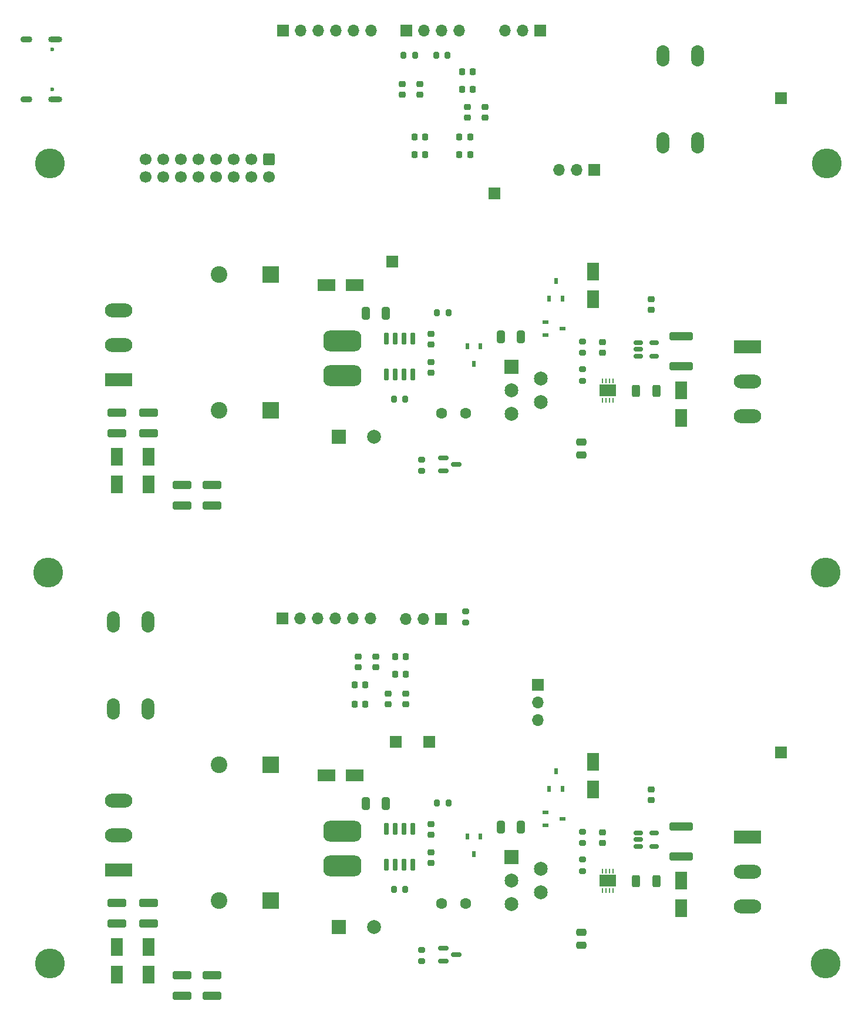
<source format=gbr>
%TF.GenerationSoftware,KiCad,Pcbnew,(6.0.7)*%
%TF.CreationDate,2022-10-24T14:53:43-04:00*%
%TF.ProjectId,LabPowerSupply,4c616250-6f77-4657-9253-7570706c792e,rev?*%
%TF.SameCoordinates,Original*%
%TF.FileFunction,Soldermask,Top*%
%TF.FilePolarity,Negative*%
%FSLAX46Y46*%
G04 Gerber Fmt 4.6, Leading zero omitted, Abs format (unit mm)*
G04 Created by KiCad (PCBNEW (6.0.7)) date 2022-10-24 14:53:43*
%MOMM*%
%LPD*%
G01*
G04 APERTURE LIST*
G04 Aperture macros list*
%AMRoundRect*
0 Rectangle with rounded corners*
0 $1 Rounding radius*
0 $2 $3 $4 $5 $6 $7 $8 $9 X,Y pos of 4 corners*
0 Add a 4 corners polygon primitive as box body*
4,1,4,$2,$3,$4,$5,$6,$7,$8,$9,$2,$3,0*
0 Add four circle primitives for the rounded corners*
1,1,$1+$1,$2,$3*
1,1,$1+$1,$4,$5*
1,1,$1+$1,$6,$7*
1,1,$1+$1,$8,$9*
0 Add four rect primitives between the rounded corners*
20,1,$1+$1,$2,$3,$4,$5,0*
20,1,$1+$1,$4,$5,$6,$7,0*
20,1,$1+$1,$6,$7,$8,$9,0*
20,1,$1+$1,$8,$9,$2,$3,0*%
G04 Aperture macros list end*
%ADD10C,1.600000*%
%ADD11RoundRect,0.250000X1.450000X-0.312500X1.450000X0.312500X-1.450000X0.312500X-1.450000X-0.312500X0*%
%ADD12RoundRect,0.225000X0.225000X0.250000X-0.225000X0.250000X-0.225000X-0.250000X0.225000X-0.250000X0*%
%ADD13R,1.700000X1.700000*%
%ADD14O,1.700000X1.700000*%
%ADD15R,0.250000X0.700000*%
%ADD16R,2.380000X1.660000*%
%ADD17R,2.500000X1.800000*%
%ADD18RoundRect,0.225000X-0.225000X-0.250000X0.225000X-0.250000X0.225000X0.250000X-0.225000X0.250000X0*%
%ADD19R,3.960000X1.980000*%
%ADD20O,3.960000X1.980000*%
%ADD21R,1.800000X2.500000*%
%ADD22RoundRect,0.250000X-1.100000X0.325000X-1.100000X-0.325000X1.100000X-0.325000X1.100000X0.325000X0*%
%ADD23R,2.400000X2.400000*%
%ADD24C,2.400000*%
%ADD25RoundRect,0.250000X0.325000X0.650000X-0.325000X0.650000X-0.325000X-0.650000X0.325000X-0.650000X0*%
%ADD26RoundRect,0.225000X-0.250000X0.225000X-0.250000X-0.225000X0.250000X-0.225000X0.250000X0.225000X0*%
%ADD27R,0.600000X0.850000*%
%ADD28RoundRect,0.200000X0.200000X0.275000X-0.200000X0.275000X-0.200000X-0.275000X0.200000X-0.275000X0*%
%ADD29R,0.850000X0.600000*%
%ADD30RoundRect,0.250000X0.475000X-0.250000X0.475000X0.250000X-0.475000X0.250000X-0.475000X-0.250000X0*%
%ADD31RoundRect,0.225000X0.250000X-0.225000X0.250000X0.225000X-0.250000X0.225000X-0.250000X-0.225000X0*%
%ADD32RoundRect,0.200000X-0.200000X-0.275000X0.200000X-0.275000X0.200000X0.275000X-0.200000X0.275000X0*%
%ADD33RoundRect,0.150000X-0.587500X-0.150000X0.587500X-0.150000X0.587500X0.150000X-0.587500X0.150000X0*%
%ADD34RoundRect,0.150000X0.150000X-0.725000X0.150000X0.725000X-0.150000X0.725000X-0.150000X-0.725000X0*%
%ADD35R,2.000000X2.000000*%
%ADD36C,2.000000*%
%ADD37RoundRect,0.200000X-0.275000X0.200000X-0.275000X-0.200000X0.275000X-0.200000X0.275000X0.200000X0*%
%ADD38RoundRect,0.200000X0.275000X-0.200000X0.275000X0.200000X-0.275000X0.200000X-0.275000X-0.200000X0*%
%ADD39O,1.850000X3.048000*%
%ADD40R,1.995000X1.995000*%
%ADD41C,1.995000*%
%ADD42C,4.300000*%
%ADD43RoundRect,0.150000X-0.512500X-0.150000X0.512500X-0.150000X0.512500X0.150000X-0.512500X0.150000X0*%
%ADD44RoundRect,0.250000X-0.312500X-0.625000X0.312500X-0.625000X0.312500X0.625000X-0.312500X0.625000X0*%
%ADD45RoundRect,0.999000X-1.751000X0.501000X-1.751000X-0.501000X1.751000X-0.501000X1.751000X0.501000X0*%
%ADD46RoundRect,0.250000X-0.600000X0.600000X-0.600000X-0.600000X0.600000X-0.600000X0.600000X0.600000X0*%
%ADD47C,1.700000*%
%ADD48C,0.600000*%
%ADD49O,2.000000X0.900000*%
%ADD50O,1.700000X0.900000*%
G04 APERTURE END LIST*
D10*
%TO.C,C2_SVR1*%
X101219000Y-89789000D03*
X97719000Y-89789000D03*
%TD*%
D11*
%TO.C,F_CS1*%
X132324000Y-82997500D03*
X132324000Y-78722500D03*
%TD*%
D12*
%TO.C,C5_Power2*%
X86767000Y-128905000D03*
X85217000Y-128905000D03*
%TD*%
D13*
%TO.C,J_Boot1*%
X111974000Y-34671000D03*
D14*
X109434000Y-34671000D03*
X106894000Y-34671000D03*
%TD*%
D15*
%TO.C,Linear1_1*%
X122465000Y-85114500D03*
X121965000Y-85114500D03*
X121465000Y-85114500D03*
X120965000Y-85114500D03*
X120965000Y-87914500D03*
X121465000Y-87914500D03*
X121965000Y-87914500D03*
X122465000Y-87914500D03*
D16*
X121715000Y-86514500D03*
%TD*%
D13*
%TO.C,ADC342_1*%
X119746000Y-54737000D03*
D14*
X117206000Y-54737000D03*
X114666000Y-54737000D03*
%TD*%
D17*
%TO.C,D_SVR1*%
X81185000Y-71374000D03*
X85185000Y-71374000D03*
%TD*%
D18*
%TO.C,C6_Power1*%
X100698000Y-43180000D03*
X102248000Y-43180000D03*
%TD*%
D19*
%TO.C,Output1*%
X141839000Y-80264000D03*
D20*
X141839000Y-85264000D03*
X141839000Y-90264000D03*
%TD*%
D21*
%TO.C,D2_CP2*%
X50927000Y-170670323D03*
X50927000Y-166670323D03*
%TD*%
D22*
%TO.C,C3_CP2*%
X60325000Y-170737000D03*
X60325000Y-173687000D03*
%TD*%
D21*
%TO.C,D1_CP2*%
X55499000Y-166670323D03*
X55499000Y-170670323D03*
%TD*%
D13*
%TO.C,D1_2*%
X91186000Y-137160000D03*
%TD*%
D23*
%TO.C,C1_BR2*%
X73152000Y-140462000D03*
D24*
X65652000Y-140462000D03*
%TD*%
D21*
%TO.C,D_LVR2*%
X119556000Y-144015500D03*
X119556000Y-140015500D03*
%TD*%
D25*
%TO.C,C3_LVR2*%
X109220000Y-149381500D03*
X106270000Y-149381500D03*
%TD*%
D21*
%TO.C,D_LVR1*%
X119556000Y-73403500D03*
X119556000Y-69403500D03*
%TD*%
D26*
%TO.C,C3_SVR1*%
X96266000Y-82410000D03*
X96266000Y-83960000D03*
%TD*%
D22*
%TO.C,C1_CP1*%
X55499000Y-89711000D03*
X55499000Y-92661000D03*
%TD*%
D27*
%TO.C,Q1_LVR1*%
X113272000Y-73286500D03*
X115172000Y-73286500D03*
X114222000Y-70786500D03*
%TD*%
D28*
%TO.C,R_I2C1*%
X98615000Y-38227000D03*
X96965000Y-38227000D03*
%TD*%
D13*
%TO.C,D2_2*%
X146685000Y-138684000D03*
%TD*%
%TO.C,J_Boot2*%
X97648000Y-119405000D03*
D14*
X95108000Y-119405000D03*
X92568000Y-119405000D03*
%TD*%
D11*
%TO.C,F_CS2*%
X132324000Y-153609500D03*
X132324000Y-149334500D03*
%TD*%
D29*
%TO.C,Q2_LVR1*%
X112718000Y-76674500D03*
X112718000Y-78574500D03*
X115218000Y-77624500D03*
%TD*%
D30*
%TO.C,C1_LVR2*%
X117905000Y-166460500D03*
X117905000Y-164560500D03*
%TD*%
D21*
%TO.C,D1_CP1*%
X55499000Y-96058323D03*
X55499000Y-100058323D03*
%TD*%
D31*
%TO.C,C4_LVR1*%
X120953000Y-81068500D03*
X120953000Y-79518500D03*
%TD*%
D23*
%TO.C,C1_BR1*%
X73152000Y-69850000D03*
D24*
X65652000Y-69850000D03*
%TD*%
D26*
%TO.C,C7_Power1*%
X101473000Y-45694000D03*
X101473000Y-47244000D03*
%TD*%
D32*
%TO.C,R5_SVR1*%
X97092000Y-75311000D03*
X98742000Y-75311000D03*
%TD*%
D27*
%TO.C,Q3_LVR1*%
X103361000Y-80184500D03*
X101461000Y-80184500D03*
X102411000Y-82684500D03*
%TD*%
D26*
%TO.C,C3_SVR2*%
X96266000Y-153022000D03*
X96266000Y-154572000D03*
%TD*%
%TO.C,C8_Power2*%
X90043000Y-130162000D03*
X90043000Y-131712000D03*
%TD*%
D25*
%TO.C,C3_LVR1*%
X109220000Y-78769500D03*
X106270000Y-78769500D03*
%TD*%
D13*
%TO.C,ADC342_2*%
X111633000Y-128920000D03*
D14*
X111633000Y-131460000D03*
X111633000Y-134000000D03*
%TD*%
D33*
%TO.C,Q1_CP1*%
X97995500Y-98105000D03*
X97995500Y-96205000D03*
X99870500Y-97155000D03*
%TD*%
D34*
%TO.C,Switching1*%
X89789000Y-84236000D03*
X91059000Y-84236000D03*
X92329000Y-84236000D03*
X93599000Y-84236000D03*
X93599000Y-79086000D03*
X92329000Y-79086000D03*
X91059000Y-79086000D03*
X89789000Y-79086000D03*
%TD*%
D23*
%TO.C,C2_BR2*%
X73152000Y-160020000D03*
D24*
X65652000Y-160020000D03*
%TD*%
D35*
%TO.C,C5_CP2*%
X82976323Y-163830000D03*
D36*
X87976323Y-163830000D03*
%TD*%
D31*
%TO.C,C4_LVR2*%
X120953000Y-151680500D03*
X120953000Y-150130500D03*
%TD*%
D18*
%TO.C,C7_Power2*%
X91046000Y-127381000D03*
X92596000Y-127381000D03*
%TD*%
D12*
%TO.C,C5_Power1*%
X95403000Y-52578000D03*
X93853000Y-52578000D03*
%TD*%
D22*
%TO.C,C4_CP1*%
X64643000Y-100125000D03*
X64643000Y-103075000D03*
%TD*%
D37*
%TO.C,R_CP1*%
X94869000Y-96457000D03*
X94869000Y-98107000D03*
%TD*%
D32*
%TO.C,R1_SVR1*%
X90869000Y-87757000D03*
X92519000Y-87757000D03*
%TD*%
D38*
%TO.C,R12_LVR1*%
X118032000Y-85117500D03*
X118032000Y-83467500D03*
%TD*%
D15*
%TO.C,Linear1_2*%
X122465000Y-155726500D03*
X121965000Y-155726500D03*
X121465000Y-155726500D03*
X120965000Y-155726500D03*
X120965000Y-158526500D03*
X121465000Y-158526500D03*
X121965000Y-158526500D03*
X122465000Y-158526500D03*
D16*
X121715000Y-157126500D03*
%TD*%
D39*
%TO.C,SW_Reset1*%
X134707000Y-50837000D03*
X134707000Y-38337000D03*
X129707000Y-50837000D03*
X129707000Y-38337000D03*
%TD*%
D12*
%TO.C,C10_Power1*%
X95390000Y-50038000D03*
X93840000Y-50038000D03*
%TD*%
D22*
%TO.C,C4_CP2*%
X64643000Y-170737000D03*
X64643000Y-173687000D03*
%TD*%
D32*
%TO.C,R5_SVR2*%
X97092000Y-145923000D03*
X98742000Y-145923000D03*
%TD*%
D27*
%TO.C,Q3_LVR2*%
X103361000Y-150796500D03*
X101461000Y-150796500D03*
X102411000Y-153296500D03*
%TD*%
D23*
%TO.C,C2_BR1*%
X73152000Y-89408000D03*
D24*
X65652000Y-89408000D03*
%TD*%
D12*
%TO.C,C8_Power1*%
X101867000Y-50038000D03*
X100317000Y-50038000D03*
%TD*%
D22*
%TO.C,C2_CP1*%
X50927000Y-89711000D03*
X50927000Y-92661000D03*
%TD*%
D26*
%TO.C,C_CUR1*%
X128016000Y-73393000D03*
X128016000Y-74943000D03*
%TD*%
D13*
%TO.C,D2_1*%
X146685000Y-44450000D03*
%TD*%
D19*
%TO.C,Input1*%
X51191000Y-84963000D03*
D20*
X51191000Y-79963000D03*
X51191000Y-74963000D03*
%TD*%
D31*
%TO.C,C4_SVR2*%
X96266000Y-150508000D03*
X96266000Y-148958000D03*
%TD*%
D40*
%TO.C,Linear2*%
X107844000Y-153726000D03*
D41*
X112035000Y-155426000D03*
X107844000Y-157126000D03*
X112035000Y-158826000D03*
X107844000Y-160526000D03*
%TD*%
D32*
%TO.C,R1_SVR2*%
X90869000Y-158369000D03*
X92519000Y-158369000D03*
%TD*%
D19*
%TO.C,Input2*%
X51191000Y-155575000D03*
D20*
X51191000Y-150575000D03*
X51191000Y-145575000D03*
%TD*%
D38*
%TO.C,R11_LVR1*%
X118032000Y-81118500D03*
X118032000Y-79468500D03*
%TD*%
D22*
%TO.C,C3_CP1*%
X60325000Y-100125000D03*
X60325000Y-103075000D03*
%TD*%
D42*
%TO.C,REF\u002A\u002A*%
X41021000Y-112776000D03*
%TD*%
%TO.C,REF\u002A\u002A*%
X41275000Y-169037000D03*
%TD*%
D37*
%TO.C,R2_Boot2*%
X101219000Y-118301000D03*
X101219000Y-119951000D03*
%TD*%
D33*
%TO.C,Q1_CP2*%
X97995500Y-168717000D03*
X97995500Y-166817000D03*
X99870500Y-167767000D03*
%TD*%
D10*
%TO.C,C2_SVR2*%
X101219000Y-160401000D03*
X97719000Y-160401000D03*
%TD*%
D43*
%TO.C,CurrentSense2*%
X126106500Y-150268000D03*
X126106500Y-151218000D03*
X126106500Y-152168000D03*
X128381500Y-152168000D03*
X128381500Y-150268000D03*
%TD*%
D35*
%TO.C,C5_CP1*%
X82976323Y-93218000D03*
D36*
X87976323Y-93218000D03*
%TD*%
D22*
%TO.C,C1_CP2*%
X55499000Y-160323000D03*
X55499000Y-163273000D03*
%TD*%
D42*
%TO.C,REF\u002A\u002A*%
X153162000Y-112776000D03*
%TD*%
D43*
%TO.C,CurrentSense1*%
X126106500Y-79656000D03*
X126106500Y-80606000D03*
X126106500Y-81556000D03*
X128381500Y-81556000D03*
X128381500Y-79656000D03*
%TD*%
D21*
%TO.C,D2_CP1*%
X50927000Y-100058323D03*
X50927000Y-96058323D03*
%TD*%
D31*
%TO.C,C6_Power2*%
X88265000Y-126378000D03*
X88265000Y-124828000D03*
%TD*%
%TO.C,C9_Power1*%
X94615000Y-43955000D03*
X94615000Y-42405000D03*
%TD*%
D13*
%TO.C,A1_1*%
X105410000Y-58166000D03*
%TD*%
D44*
%TO.C,R1_CS1*%
X125791500Y-86575000D03*
X128716500Y-86575000D03*
%TD*%
D25*
%TO.C,C1_SVR1*%
X89740000Y-75438000D03*
X86790000Y-75438000D03*
%TD*%
D45*
%TO.C,L_SVR1*%
X83439000Y-79415000D03*
X83439000Y-84415000D03*
%TD*%
D26*
%TO.C,C_CUR2*%
X128016000Y-144005000D03*
X128016000Y-145555000D03*
%TD*%
D30*
%TO.C,C1_LVR1*%
X117905000Y-95848500D03*
X117905000Y-93948500D03*
%TD*%
D44*
%TO.C,R1_CS2*%
X125791500Y-157187000D03*
X128716500Y-157187000D03*
%TD*%
D38*
%TO.C,R11_LVR2*%
X118032000Y-151730500D03*
X118032000Y-150080500D03*
%TD*%
D31*
%TO.C,C4_SVR1*%
X96266000Y-79896000D03*
X96266000Y-78346000D03*
%TD*%
D40*
%TO.C,Linear1*%
X107844000Y-83114000D03*
D41*
X112035000Y-84814000D03*
X107844000Y-86514000D03*
X112035000Y-88214000D03*
X107844000Y-89914000D03*
%TD*%
D26*
%TO.C,C2_Power1*%
X104013000Y-45707000D03*
X104013000Y-47257000D03*
%TD*%
D25*
%TO.C,C1_SVR2*%
X89740000Y-146050000D03*
X86790000Y-146050000D03*
%TD*%
D42*
%TO.C,REF\u002A\u002A*%
X41275000Y-53848000D03*
%TD*%
D13*
%TO.C,D1_1*%
X90678000Y-67945000D03*
%TD*%
D19*
%TO.C,Output2*%
X141839000Y-150876000D03*
D20*
X141839000Y-155876000D03*
X141839000Y-160876000D03*
%TD*%
D13*
%TO.C,J_STLink1*%
X74930000Y-34671000D03*
D14*
X77470000Y-34671000D03*
X80010000Y-34671000D03*
X82550000Y-34671000D03*
X85090000Y-34671000D03*
X87630000Y-34671000D03*
%TD*%
D22*
%TO.C,C2_CP2*%
X50927000Y-160323000D03*
X50927000Y-163273000D03*
%TD*%
D13*
%TO.C,A1_2*%
X96012000Y-137160000D03*
%TD*%
D38*
%TO.C,R12_LVR2*%
X118032000Y-155729500D03*
X118032000Y-154079500D03*
%TD*%
D46*
%TO.C,Front_Panel1*%
X72898000Y-53213000D03*
D47*
X72898000Y-55753000D03*
X70358000Y-53213000D03*
X70358000Y-55753000D03*
X67818000Y-53213000D03*
X67818000Y-55753000D03*
X65278000Y-53213000D03*
X65278000Y-55753000D03*
X62738000Y-53213000D03*
X62738000Y-55753000D03*
X60198000Y-53213000D03*
X60198000Y-55753000D03*
X57658000Y-53213000D03*
X57658000Y-55753000D03*
X55118000Y-53213000D03*
X55118000Y-55753000D03*
%TD*%
D18*
%TO.C,C3_Power2*%
X91046000Y-124841000D03*
X92596000Y-124841000D03*
%TD*%
D42*
%TO.C,REF\u002A\u002A*%
X153162000Y-169037000D03*
%TD*%
D18*
%TO.C,C1_Power1*%
X100698000Y-40640000D03*
X102248000Y-40640000D03*
%TD*%
D29*
%TO.C,Q2_LVR2*%
X112718000Y-147286500D03*
X112718000Y-149186500D03*
X115218000Y-148236500D03*
%TD*%
D13*
%TO.C,J_I2C1*%
X92710000Y-34671000D03*
D14*
X95250000Y-34671000D03*
X97790000Y-34671000D03*
X100330000Y-34671000D03*
%TD*%
D28*
%TO.C,R_I2C2*%
X93916000Y-38227000D03*
X92266000Y-38227000D03*
%TD*%
D42*
%TO.C,REF\u002A\u002A*%
X153289000Y-53848000D03*
%TD*%
D13*
%TO.C,J_STLink2*%
X74803000Y-119380000D03*
D14*
X77343000Y-119380000D03*
X79883000Y-119380000D03*
X82423000Y-119380000D03*
X84963000Y-119380000D03*
X87503000Y-119380000D03*
%TD*%
D26*
%TO.C,C4_Power2*%
X92583000Y-130162000D03*
X92583000Y-131712000D03*
%TD*%
D39*
%TO.C,SW_Reset2*%
X50459000Y-132351000D03*
X50459000Y-119851000D03*
X55459000Y-119851000D03*
X55459000Y-132351000D03*
%TD*%
D17*
%TO.C,D_SVR2*%
X81185000Y-141986000D03*
X85185000Y-141986000D03*
%TD*%
D12*
%TO.C,C3_Power1*%
X101867000Y-52578000D03*
X100317000Y-52578000D03*
%TD*%
D31*
%TO.C,C4_Power1*%
X92075000Y-43955000D03*
X92075000Y-42405000D03*
%TD*%
D27*
%TO.C,Q1_LVR2*%
X113272000Y-143898500D03*
X115172000Y-143898500D03*
X114222000Y-141398500D03*
%TD*%
D21*
%TO.C,D_CS1*%
X132324000Y-86480000D03*
X132324000Y-90480000D03*
%TD*%
D31*
%TO.C,C2_Power2*%
X85725000Y-126378000D03*
X85725000Y-124828000D03*
%TD*%
D12*
%TO.C,C1_Power2*%
X86767000Y-131699000D03*
X85217000Y-131699000D03*
%TD*%
D34*
%TO.C,Switching2*%
X89789000Y-154848000D03*
X91059000Y-154848000D03*
X92329000Y-154848000D03*
X93599000Y-154848000D03*
X93599000Y-149698000D03*
X92329000Y-149698000D03*
X91059000Y-149698000D03*
X89789000Y-149698000D03*
%TD*%
D21*
%TO.C,D_CS2*%
X132324000Y-157092000D03*
X132324000Y-161092000D03*
%TD*%
D45*
%TO.C,L_SVR2*%
X83439000Y-150027000D03*
X83439000Y-155027000D03*
%TD*%
D37*
%TO.C,R_CP2*%
X94869000Y-167069000D03*
X94869000Y-168719000D03*
%TD*%
D48*
%TO.C,J_USB1*%
X41582000Y-43149000D03*
X41582000Y-37369000D03*
D49*
X42062000Y-44579000D03*
X42062000Y-35939000D03*
D50*
X37892000Y-35939000D03*
X37892000Y-44579000D03*
%TD*%
M02*

</source>
